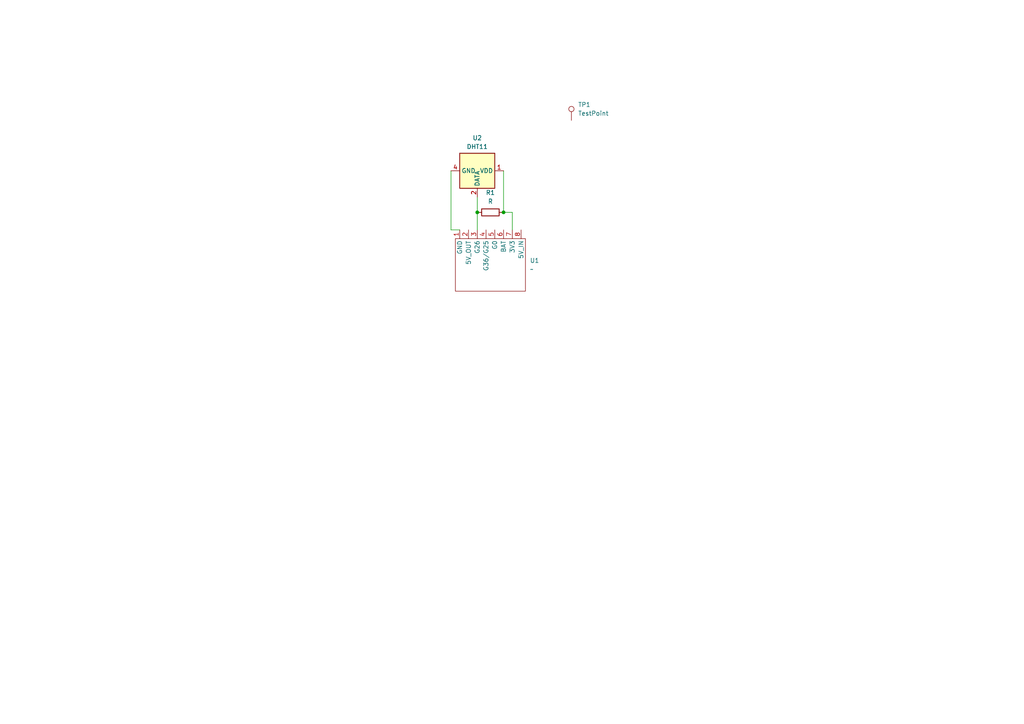
<source format=kicad_sch>
(kicad_sch (version 20250114) (generator "eeschema") (generator_version "9.0")
  (paper "A4")
  (lib_symbols
    (symbol "Connector:TestPoint" (pin_numbers (hide yes)) (pin_names (offset 0.762) (hide yes))
      (property "Reference" "TP" (at 0 6.858 0))
      (property "Value" "TestPoint" (at 0 5.08 0))
      (symbol "TestPoint_0_1"
        (circle (center 0 3.302) (radius 0.762))
      )
      (symbol "TestPoint_1_1"
        (pin passive line (at 0 0 90) (length 2.54) (name "1") (number "1"))
      )
    )
    (symbol "Device:R" (pin_numbers (hide yes)) (pin_names (offset 0))
      (property "Reference" "R" (at 2.032 0 90))
      (property "Value" "R" (at 0 0 90))
      (symbol "R_0_1"
        (rectangle (start -1.016 -2.54) (end 1.016 2.54) (stroke (width 0.254)))
      )
      (symbol "R_1_1"
        (pin passive line (at 0 3.81 270) (length 1.27) (name "~") (number "1"))
        (pin passive line (at 0 -3.81 90) (length 1.27) (name "~") (number "2"))
      )
    )
    (symbol "Sensor:DHT11"
      (property "Reference" "U" (at -3.81 6.35 0))
      (property "Value" "DHT11" (at 3.81 6.35 0))
      (symbol "DHT11_0_1"
        (rectangle (start -5.08 5.08) (end 5.08 -5.08) (stroke (width 0.254)) (fill (type background)))
      )
      (symbol "DHT11_1_1"
        (pin no_connect line (at -5.08 0 0) (length 2.54) (hide yes) (name "NC") (number "3"))
        (pin power_in line (at 0 7.62 270) (length 2.54) (name "VDD") (number "1"))
        (pin power_in line (at 0 -7.62 90) (length 2.54) (name "GND") (number "4"))
        (pin bidirectional line (at 7.62 0 180) (length 2.54) (name "DATA") (number "2"))
      )
    )
    (symbol "m5_stick_header_full:m5_stick_header_full"
      (property "Reference" "U" (at 0 -13.716 0))
      (symbol "m5_stick_header_full_0_1"
        (rectangle (start -10.16 0) (end 10.16 -15.24))
      )
      (symbol "m5_stick_header_full_1_1"
        (pin input line (at -8.89 2.54 270) (length 2.54) (name "GND") (number "1"))
        (pin input line (at -6.35 2.54 270) (length 2.54) (name "5V_OUT") (number "2"))
        (pin input line (at -3.81 2.54 270) (length 2.54) (name "G26") (number "3"))
        (pin input line (at -1.27 2.54 270) (length 2.54) (name "G36/G25") (number "4"))
        (pin input line (at 1.27 2.54 270) (length 2.54) (name "G0") (number "5"))
        (pin input line (at 3.81 2.54 270) (length 2.54) (name "BAT") (number "6"))
        (pin input line (at 6.35 2.54 270) (length 2.54) (name "3V3") (number "7"))
        (pin input line (at 8.89 2.54 270) (length 2.54) (name "5V_IN") (number "8"))
      )
    )
  )
  (junction (at 138.43 61.595))
  (junction (at 146.05 61.595))
  (wire (pts (xy 130.81 66.675) (xy 133.35 66.675)))
  (wire (pts (xy 138.43 61.595) (xy 138.43 66.675)))
  (wire (pts (xy 138.43 57.15) (xy 138.43 61.595)))
  (wire (pts (xy 130.81 49.53) (xy 130.81 66.675)))
  (wire (pts (xy 146.05 61.595) (xy 148.59 61.595)))
  (wire (pts (xy 146.05 49.53) (xy 146.05 61.595)))
  (wire (pts (xy 148.59 61.595) (xy 148.59 66.675)))
  (symbol (lib_id "m5_stick_header_full:m5_stick_header_full") (at 142.24 69.215 0) (unit 1)
    (property "Reference" "U1" (at 153.67 75.5649 0) (effects (justify left)))
    (property "Value" "~" (at 153.67 78.1049 0) (effects (justify left)))
    (property "Footprint" "headers_custom:m5_stick_header_full" (effects (hide yes)))
  )
  (symbol (lib_id "Device:R") (at 142.24 61.595 90) (unit 1)
    (property "Reference" "R1" (at 142.24 55.88 90))
    (property "Value" "R" (at 142.24 58.42 90))
    (property "Footprint" "Resistor_SMD:R_0603_1608Metric_Pad0.98x0.95mm_HandSolder" (effects (hide yes)))
    (property "Description" "Resistor" (effects (hide yes)))
  )
  (symbol (lib_id "Connector:TestPoint") (at 165.735 34.925 0) (unit 1)
    (property "Reference" "TP1" (at 167.64 30.3529 0) (effects (justify left)))
    (property "Value" "TestPoint" (at 167.64 32.8929 0) (effects (justify left)))
    (property "Footprint" "m3_hole_custom:m3_hole_custom" (effects (hide yes)))
    (property "Description" "test point" (effects (hide yes)))
  )
  (symbol (lib_id "Sensor:DHT11") (at 138.43 49.53 270) (unit 1)
    (property "Reference" "U2" (at 138.43 40.005 90))
    (property "Value" "DHT11" (at 138.43 42.545 90))
    (property "Footprint" "Sensor:Aosong_DHT11_5.5x12.0_P2.54mm" (effects (hide yes)))
    (property "Datasheet" "http://akizukidenshi.com/download/ds/aosong/DHT11.pdf" (effects (hide yes)))
    (property "Description" "3.3V to 5.5V, temperature and humidity module, DHT11" (effects (hide yes)))
  )
)
</source>
